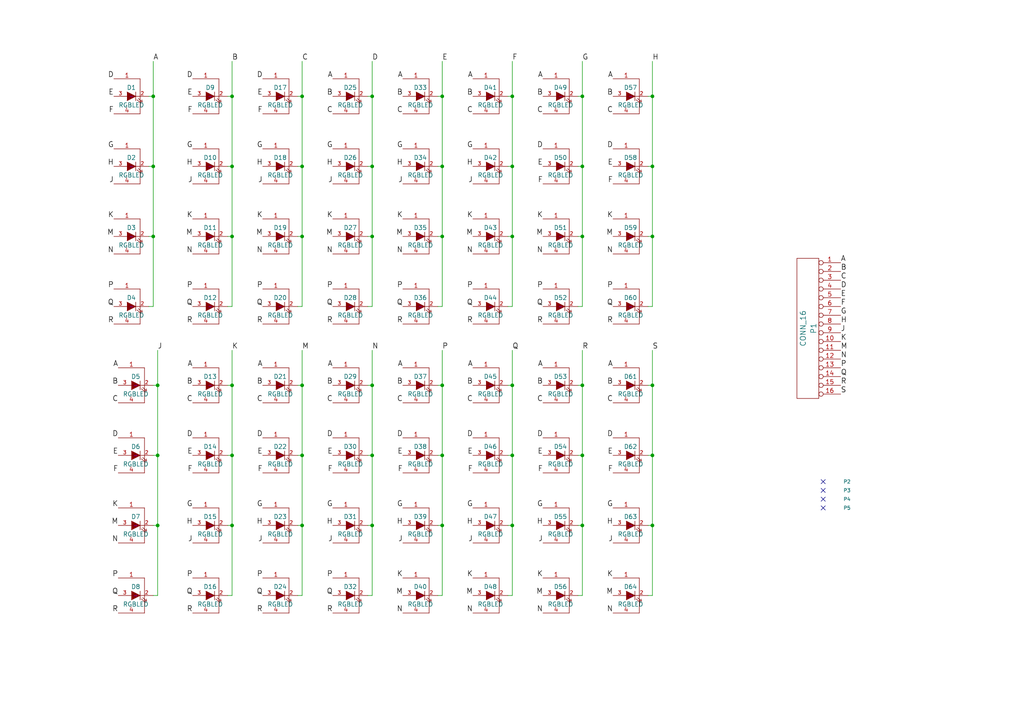
<source format=kicad_sch>
(kicad_sch (version 20230121) (generator eeschema)
  (paper "A4")
  (title_block (date "12 may 2014"))
  (lib_symbols
    (symbol "10lol:CONN_16" (pin_names (offset 1.016) hide)
      (property "Reference" "P" (at -1.016 0 90))
      (property "Value" "CONN_16" (at 2.032 0 90))
      (symbol "CONN_16_0_1"
        (rectangle (start -2.54 20.32) (end 3.81 -20.32))
      )
      (symbol "CONN_16_1_1"
        (pin passive inverted (at -8.89 19.05 0) (length 6.35) (name "P1") (number "1"))
        (pin passive inverted (at -8.89 -3.81 0) (length 6.35) (name "P10") (number "10"))
        (pin passive inverted (at -8.89 -6.35 0) (length 6.35) (name "P11") (number "11"))
        (pin passive inverted (at -8.89 -8.89 0) (length 6.35) (name "P12") (number "12"))
        (pin passive inverted (at -8.89 -11.43 0) (length 6.35) (name "P13") (number "13"))
        (pin passive inverted (at -8.89 -13.97 0) (length 6.35) (name "P14") (number "14"))
        (pin passive inverted (at -8.89 -16.51 0) (length 6.35) (name "P15") (number "15"))
        (pin passive inverted (at -8.89 -19.05 0) (length 6.35) (name "P16") (number "16"))
        (pin passive inverted (at -8.89 16.51 0) (length 6.35) (name "P2") (number "2"))
        (pin passive inverted (at -8.89 13.97 0) (length 6.35) (name "P3") (number "3"))
        (pin passive inverted (at -8.89 11.43 0) (length 6.35) (name "P4") (number "4"))
        (pin passive inverted (at -8.89 8.89 0) (length 6.35) (name "P5") (number "5"))
        (pin passive inverted (at -8.89 6.35 0) (length 6.35) (name "P6") (number "6"))
        (pin passive inverted (at -8.89 3.81 0) (length 6.35) (name "P7") (number "7"))
        (pin passive inverted (at -8.89 1.27 0) (length 6.35) (name "P8") (number "8"))
        (pin passive inverted (at -8.89 -1.27 0) (length 6.35) (name "P9") (number "9"))
      )
    )
    (symbol "10lol:RGBLED" (pin_names (offset 1.016) hide)
      (property "Reference" "LED" (at 0 2.54 0))
      (property "Value" "RGBLED" (at 0 -2.54 0))
      (symbol "RGBLED_0_1"
        (polyline (pts (xy 1.27 1.27) (xy 1.27 -1.27)))
        (polyline (pts (xy -1.27 1.27) (xy 1.27 0) (xy -1.27 -1.27)) (fill (type outline)))
        (polyline (pts (xy 1.651 -1.016) (xy 2.794 -2.032) (xy 2.667 -1.397)))
        (polyline (pts (xy 2.032 -0.635) (xy 3.175 -1.651) (xy 3.048 -1.016)))
        (polyline (pts (xy 2.54 5.08) (xy 2.54 0) (xy 2.54 -5.08)))
      )
      (symbol "RGBLED_1_1"
        (pin input line (at -5.08 5.08 0) (length 7.62) (name "R") (number "1"))
        (pin passive line (at 5.08 0 180) (length 3.81) (name "K") (number "2"))
        (pin passive line (at -5.08 0 0) (length 3.81) (name "G") (number "3"))
        (pin input line (at -5.08 -5.08 0) (length 7.62) (name "B") (number "4"))
      )
    )
  )
  (junction (at 189.23 68.58))
  (junction (at 128.27 152.4))
  (junction (at 67.31 111.76))
  (junction (at 67.31 132.08))
  (junction (at 107.95 68.58))
  (junction (at 67.31 27.94))
  (junction (at 44.45 27.94))
  (junction (at 168.91 111.76))
  (junction (at 148.59 132.08))
  (junction (at 87.63 111.76))
  (junction (at 128.27 132.08))
  (junction (at 168.91 68.58))
  (junction (at 87.63 132.08))
  (junction (at 67.31 152.4))
  (junction (at 45.72 152.4))
  (junction (at 107.95 111.76))
  (junction (at 189.23 48.26))
  (junction (at 189.23 152.4))
  (junction (at 189.23 132.08))
  (junction (at 148.59 48.26))
  (junction (at 128.27 68.58))
  (junction (at 45.72 111.76))
  (junction (at 128.27 111.76))
  (junction (at 189.23 27.94))
  (junction (at 107.95 48.26))
  (junction (at 189.23 111.76))
  (junction (at 148.59 68.58))
  (junction (at 148.59 152.4))
  (junction (at 107.95 27.94))
  (junction (at 168.91 152.4))
  (junction (at 67.31 68.58))
  (junction (at 87.63 48.26))
  (junction (at 44.45 48.26))
  (junction (at 148.59 27.94))
  (junction (at 87.63 27.94))
  (junction (at 168.91 132.08))
  (junction (at 44.45 68.58))
  (junction (at 67.31 48.26))
  (junction (at 168.91 48.26))
  (junction (at 168.91 27.94))
  (junction (at 87.63 68.58))
  (junction (at 45.72 132.08))
  (junction (at 87.63 152.4))
  (junction (at 107.95 132.08))
  (junction (at 148.59 111.76))
  (junction (at 107.95 152.4))
  (junction (at 128.27 27.94))
  (junction (at 128.27 48.26))
  (no_connect (at 238.76 144.78))
  (no_connect (at 238.76 147.32))
  (no_connect (at 238.76 139.7))
  (no_connect (at 238.76 142.24))
  (wire (pts (xy 189.23 48.26) (xy 189.23 68.58)))
  (wire (pts (xy 86.36 132.08) (xy 87.63 132.08)))
  (wire (pts (xy 148.59 152.4) (xy 148.59 172.72)))
  (wire (pts (xy 148.59 68.58) (xy 147.32 68.58)))
  (wire (pts (xy 44.45 68.58) (xy 44.45 88.9)))
  (wire (pts (xy 67.31 152.4) (xy 67.31 172.72)))
  (wire (pts (xy 128.27 27.94) (xy 128.27 48.26)))
  (wire (pts (xy 127 132.08) (xy 128.27 132.08)))
  (wire (pts (xy 147.32 132.08) (xy 148.59 132.08)))
  (wire (pts (xy 66.04 27.94) (xy 67.31 27.94)))
  (wire (pts (xy 67.31 152.4) (xy 66.04 152.4)))
  (wire (pts (xy 107.95 68.58) (xy 106.68 68.58)))
  (wire (pts (xy 86.36 48.26) (xy 87.63 48.26)))
  (wire (pts (xy 44.45 48.26) (xy 43.18 48.26)))
  (wire (pts (xy 87.63 132.08) (xy 87.63 152.4)))
  (wire (pts (xy 189.23 132.08) (xy 189.23 152.4)))
  (wire (pts (xy 44.45 27.94) (xy 43.18 27.94)))
  (wire (pts (xy 189.23 152.4) (xy 189.23 172.72)))
  (wire (pts (xy 168.91 111.76) (xy 168.91 132.08)))
  (wire (pts (xy 67.31 68.58) (xy 66.04 68.58)))
  (wire (pts (xy 189.23 17.78) (xy 189.23 27.94)))
  (wire (pts (xy 44.45 48.26) (xy 44.45 68.58)))
  (wire (pts (xy 167.64 48.26) (xy 168.91 48.26)))
  (wire (pts (xy 45.72 152.4) (xy 44.45 152.4)))
  (wire (pts (xy 168.91 132.08) (xy 168.91 152.4)))
  (wire (pts (xy 189.23 152.4) (xy 187.96 152.4)))
  (wire (pts (xy 106.68 132.08) (xy 107.95 132.08)))
  (wire (pts (xy 66.04 132.08) (xy 67.31 132.08)))
  (wire (pts (xy 189.23 88.9) (xy 187.96 88.9)))
  (wire (pts (xy 107.95 111.76) (xy 107.95 132.08)))
  (wire (pts (xy 67.31 111.76) (xy 67.31 132.08)))
  (wire (pts (xy 87.63 88.9) (xy 86.36 88.9)))
  (wire (pts (xy 148.59 101.6) (xy 148.59 111.76)))
  (wire (pts (xy 87.63 172.72) (xy 86.36 172.72)))
  (wire (pts (xy 45.72 111.76) (xy 44.45 111.76)))
  (wire (pts (xy 148.59 68.58) (xy 148.59 88.9)))
  (wire (pts (xy 147.32 48.26) (xy 148.59 48.26)))
  (wire (pts (xy 107.95 152.4) (xy 107.95 172.72)))
  (wire (pts (xy 44.45 17.78) (xy 44.45 27.94)))
  (wire (pts (xy 148.59 172.72) (xy 147.32 172.72)))
  (wire (pts (xy 189.23 101.6) (xy 189.23 111.76)))
  (wire (pts (xy 167.64 132.08) (xy 168.91 132.08)))
  (wire (pts (xy 189.23 68.58) (xy 187.96 68.58)))
  (wire (pts (xy 168.91 152.4) (xy 167.64 152.4)))
  (wire (pts (xy 189.23 111.76) (xy 187.96 111.76)))
  (wire (pts (xy 67.31 68.58) (xy 67.31 88.9)))
  (wire (pts (xy 168.91 152.4) (xy 168.91 172.72)))
  (wire (pts (xy 187.96 27.94) (xy 189.23 27.94)))
  (wire (pts (xy 87.63 152.4) (xy 87.63 172.72)))
  (wire (pts (xy 45.72 101.6) (xy 45.72 111.76)))
  (wire (pts (xy 106.68 27.94) (xy 107.95 27.94)))
  (wire (pts (xy 87.63 101.6) (xy 87.63 111.76)))
  (wire (pts (xy 107.95 68.58) (xy 107.95 88.9)))
  (wire (pts (xy 66.04 48.26) (xy 67.31 48.26)))
  (wire (pts (xy 148.59 17.78) (xy 148.59 27.94)))
  (wire (pts (xy 148.59 27.94) (xy 148.59 48.26)))
  (wire (pts (xy 44.45 132.08) (xy 45.72 132.08)))
  (wire (pts (xy 67.31 101.6) (xy 67.31 111.76)))
  (wire (pts (xy 127 48.26) (xy 128.27 48.26)))
  (wire (pts (xy 45.72 111.76) (xy 45.72 132.08)))
  (wire (pts (xy 148.59 48.26) (xy 148.59 68.58)))
  (wire (pts (xy 168.91 111.76) (xy 167.64 111.76)))
  (wire (pts (xy 167.64 27.94) (xy 168.91 27.94)))
  (wire (pts (xy 67.31 27.94) (xy 67.31 48.26)))
  (wire (pts (xy 67.31 88.9) (xy 66.04 88.9)))
  (wire (pts (xy 128.27 172.72) (xy 127 172.72)))
  (wire (pts (xy 87.63 152.4) (xy 86.36 152.4)))
  (wire (pts (xy 87.63 68.58) (xy 87.63 88.9)))
  (wire (pts (xy 107.95 88.9) (xy 106.68 88.9)))
  (wire (pts (xy 189.23 111.76) (xy 189.23 132.08)))
  (wire (pts (xy 107.95 48.26) (xy 107.95 68.58)))
  (wire (pts (xy 187.96 48.26) (xy 189.23 48.26)))
  (wire (pts (xy 67.31 111.76) (xy 66.04 111.76)))
  (wire (pts (xy 147.32 111.76) (xy 148.59 111.76)))
  (wire (pts (xy 147.32 27.94) (xy 148.59 27.94)))
  (wire (pts (xy 67.31 132.08) (xy 67.31 152.4)))
  (wire (pts (xy 128.27 48.26) (xy 128.27 68.58)))
  (wire (pts (xy 148.59 132.08) (xy 148.59 152.4)))
  (wire (pts (xy 87.63 111.76) (xy 87.63 132.08)))
  (wire (pts (xy 189.23 27.94) (xy 189.23 48.26)))
  (wire (pts (xy 87.63 111.76) (xy 86.36 111.76)))
  (wire (pts (xy 67.31 172.72) (xy 66.04 172.72)))
  (wire (pts (xy 128.27 68.58) (xy 127 68.58)))
  (wire (pts (xy 168.91 17.78) (xy 168.91 27.94)))
  (wire (pts (xy 107.95 17.78) (xy 107.95 27.94)))
  (wire (pts (xy 45.72 132.08) (xy 45.72 152.4)))
  (wire (pts (xy 107.95 172.72) (xy 106.68 172.72)))
  (wire (pts (xy 87.63 48.26) (xy 87.63 68.58)))
  (wire (pts (xy 128.27 17.78) (xy 128.27 27.94)))
  (wire (pts (xy 87.63 27.94) (xy 87.63 48.26)))
  (wire (pts (xy 168.91 88.9) (xy 167.64 88.9)))
  (wire (pts (xy 44.45 27.94) (xy 44.45 48.26)))
  (wire (pts (xy 107.95 27.94) (xy 107.95 48.26)))
  (wire (pts (xy 43.18 68.58) (xy 44.45 68.58)))
  (wire (pts (xy 189.23 172.72) (xy 187.96 172.72)))
  (wire (pts (xy 106.68 48.26) (xy 107.95 48.26)))
  (wire (pts (xy 87.63 17.78) (xy 87.63 27.94)))
  (wire (pts (xy 127 27.94) (xy 128.27 27.94)))
  (wire (pts (xy 128.27 111.76) (xy 128.27 132.08)))
  (wire (pts (xy 107.95 101.6) (xy 107.95 111.76)))
  (wire (pts (xy 128.27 68.58) (xy 128.27 88.9)))
  (wire (pts (xy 87.63 68.58) (xy 86.36 68.58)))
  (wire (pts (xy 45.72 172.72) (xy 44.45 172.72)))
  (wire (pts (xy 128.27 132.08) (xy 128.27 152.4)))
  (wire (pts (xy 168.91 27.94) (xy 168.91 48.26)))
  (wire (pts (xy 148.59 152.4) (xy 147.32 152.4)))
  (wire (pts (xy 107.95 132.08) (xy 107.95 152.4)))
  (wire (pts (xy 189.23 68.58) (xy 189.23 88.9)))
  (wire (pts (xy 107.95 152.4) (xy 106.68 152.4)))
  (wire (pts (xy 128.27 152.4) (xy 127 152.4)))
  (wire (pts (xy 168.91 172.72) (xy 167.64 172.72)))
  (wire (pts (xy 128.27 101.6) (xy 128.27 111.76)))
  (wire (pts (xy 86.36 27.94) (xy 87.63 27.94)))
  (wire (pts (xy 44.45 88.9) (xy 43.18 88.9)))
  (wire (pts (xy 45.72 152.4) (xy 45.72 172.72)))
  (wire (pts (xy 128.27 152.4) (xy 128.27 172.72)))
  (wire (pts (xy 67.31 48.26) (xy 67.31 68.58)))
  (wire (pts (xy 168.91 101.6) (xy 168.91 111.76)))
  (wire (pts (xy 127 111.76) (xy 128.27 111.76)))
  (wire (pts (xy 168.91 48.26) (xy 168.91 68.58)))
  (wire (pts (xy 187.96 132.08) (xy 189.23 132.08)))
  (wire (pts (xy 168.91 68.58) (xy 167.64 68.58)))
  (wire (pts (xy 107.95 111.76) (xy 106.68 111.76)))
  (wire (pts (xy 128.27 88.9) (xy 127 88.9)))
  (wire (pts (xy 67.31 17.78) (xy 67.31 27.94)))
  (wire (pts (xy 148.59 88.9) (xy 147.32 88.9)))
  (wire (pts (xy 148.59 111.76) (xy 148.59 132.08)))
  (wire (pts (xy 168.91 68.58) (xy 168.91 88.9)))
  (label "C" (at 116.84 116.84 180) (effects (font (size 1.524 1.524))))
  (label "Q" (at 76.2 88.9 180) (effects (font (size 1.524 1.524))))
  (label "H" (at 76.2 152.4 180) (effects (font (size 1.524 1.524))))
  (label "J" (at 33.02 53.34 180) (effects (font (size 1.524 1.524))))
  (label "D" (at 157.48 43.18 180) (effects (font (size 1.524 1.524))))
  (label "N" (at 157.48 177.8 180) (effects (font (size 1.524 1.524))))
  (label "E" (at 177.8 48.26 180) (effects (font (size 1.524 1.524))))
  (label "P" (at 96.52 83.82 180) (effects (font (size 1.524 1.524))))
  (label "M" (at 96.52 68.58 180) (effects (font (size 1.524 1.524))))
  (label "F" (at 76.2 33.02 180) (effects (font (size 1.524 1.524))))
  (label "R" (at 137.16 93.98 180) (effects (font (size 1.524 1.524))))
  (label "J" (at 96.52 157.48 180) (effects (font (size 1.524 1.524))))
  (label "R" (at 96.52 177.8 180) (effects (font (size 1.524 1.524))))
  (label "B" (at 177.8 27.94 180) (effects (font (size 1.524 1.524))))
  (label "E" (at 243.84 86.36 0) (effects (font (size 1.524 1.524))))
  (label "Q" (at 33.02 88.9 180) (effects (font (size 1.524 1.524))))
  (label "C" (at 137.16 116.84 180) (effects (font (size 1.524 1.524))))
  (label "B" (at 177.8 111.76 180) (effects (font (size 1.524 1.524))))
  (label "M" (at 87.63 101.6 0) (effects (font (size 1.524 1.524))))
  (label "N" (at 157.48 73.66 180) (effects (font (size 1.524 1.524))))
  (label "Q" (at 243.84 109.22 0) (effects (font (size 1.524 1.524))))
  (label "M" (at 157.48 68.58 180) (effects (font (size 1.524 1.524))))
  (label "K" (at 116.84 167.64 180) (effects (font (size 1.524 1.524))))
  (label "E" (at 128.27 17.78 0) (effects (font (size 1.524 1.524))))
  (label "M" (at 76.2 68.58 180) (effects (font (size 1.524 1.524))))
  (label "Q" (at 177.8 88.9 180) (effects (font (size 1.524 1.524))))
  (label "D" (at 137.16 127 180) (effects (font (size 1.524 1.524))))
  (label "J" (at 45.72 101.6 0) (effects (font (size 1.524 1.524))))
  (label "N" (at 55.88 73.66 180) (effects (font (size 1.524 1.524))))
  (label "H" (at 243.84 93.98 0) (effects (font (size 1.524 1.524))))
  (label "E" (at 55.88 132.08 180) (effects (font (size 1.524 1.524))))
  (label "R" (at 76.2 93.98 180) (effects (font (size 1.524 1.524))))
  (label "C" (at 157.48 116.84 180) (effects (font (size 1.524 1.524))))
  (label "C" (at 157.48 33.02 180) (effects (font (size 1.524 1.524))))
  (label "G" (at 33.02 43.18 180) (effects (font (size 1.524 1.524))))
  (label "E" (at 116.84 132.08 180) (effects (font (size 1.524 1.524))))
  (label "G" (at 116.84 147.32 180) (effects (font (size 1.524 1.524))))
  (label "E" (at 96.52 132.08 180) (effects (font (size 1.524 1.524))))
  (label "P" (at 243.84 106.68 0) (effects (font (size 1.524 1.524))))
  (label "F" (at 96.52 137.16 180) (effects (font (size 1.524 1.524))))
  (label "J" (at 137.16 53.34 180) (effects (font (size 1.524 1.524))))
  (label "A" (at 116.84 106.68 180) (effects (font (size 1.524 1.524))))
  (label "J" (at 55.88 157.48 180) (effects (font (size 1.524 1.524))))
  (label "A" (at 55.88 106.68 180) (effects (font (size 1.524 1.524))))
  (label "F" (at 148.59 17.78 0) (effects (font (size 1.524 1.524))))
  (label "B" (at 55.88 111.76 180) (effects (font (size 1.524 1.524))))
  (label "B" (at 137.16 27.94 180) (effects (font (size 1.524 1.524))))
  (label "H" (at 55.88 48.26 180) (effects (font (size 1.524 1.524))))
  (label "M" (at 34.29 152.4 180) (effects (font (size 1.524 1.524))))
  (label "M" (at 157.48 172.72 180) (effects (font (size 1.524 1.524))))
  (label "A" (at 157.48 106.68 180) (effects (font (size 1.524 1.524))))
  (label "P" (at 55.88 83.82 180) (effects (font (size 1.524 1.524))))
  (label "M" (at 177.8 172.72 180) (effects (font (size 1.524 1.524))))
  (label "Q" (at 34.29 172.72 180) (effects (font (size 1.524 1.524))))
  (label "E" (at 177.8 132.08 180) (effects (font (size 1.524 1.524))))
  (label "G" (at 168.91 17.78 0) (effects (font (size 1.524 1.524))))
  (label "D" (at 116.84 127 180) (effects (font (size 1.524 1.524))))
  (label "M" (at 33.02 68.58 180) (effects (font (size 1.524 1.524))))
  (label "M" (at 137.16 172.72 180) (effects (font (size 1.524 1.524))))
  (label "C" (at 76.2 116.84 180) (effects (font (size 1.524 1.524))))
  (label "P" (at 177.8 83.82 180) (effects (font (size 1.524 1.524))))
  (label "D" (at 107.95 17.78 0) (effects (font (size 1.524 1.524))))
  (label "R" (at 34.29 177.8 180) (effects (font (size 1.524 1.524))))
  (label "F" (at 157.48 137.16 180) (effects (font (size 1.524 1.524))))
  (label "D" (at 76.2 127 180) (effects (font (size 1.524 1.524))))
  (label "N" (at 96.52 73.66 180) (effects (font (size 1.524 1.524))))
  (label "K" (at 96.52 63.5 180) (effects (font (size 1.524 1.524))))
  (label "H" (at 137.16 48.26 180) (effects (font (size 1.524 1.524))))
  (label "B" (at 96.52 27.94 180) (effects (font (size 1.524 1.524))))
  (label "M" (at 177.8 68.58 180) (effects (font (size 1.524 1.524))))
  (label "B" (at 116.84 111.76 180) (effects (font (size 1.524 1.524))))
  (label "F" (at 33.02 33.02 180) (effects (font (size 1.524 1.524))))
  (label "J" (at 243.84 96.52 0) (effects (font (size 1.524 1.524))))
  (label "C" (at 87.63 17.78 0) (effects (font (size 1.524 1.524))))
  (label "B" (at 34.29 111.76 180) (effects (font (size 1.524 1.524))))
  (label "K" (at 137.16 63.5 180) (effects (font (size 1.524 1.524))))
  (label "N" (at 116.84 177.8 180) (effects (font (size 1.524 1.524))))
  (label "R" (at 177.8 93.98 180) (effects (font (size 1.524 1.524))))
  (label "R" (at 96.52 93.98 180) (effects (font (size 1.524 1.524))))
  (label "G" (at 137.16 43.18 180) (effects (font (size 1.524 1.524))))
  (label "Q" (at 76.2 172.72 180) (effects (font (size 1.524 1.524))))
  (label "A" (at 116.84 22.86 180) (effects (font (size 1.524 1.524))))
  (label "E" (at 76.2 27.94 180) (effects (font (size 1.524 1.524))))
  (label "B" (at 76.2 111.76 180) (effects (font (size 1.524 1.524))))
  (label "N" (at 107.95 101.6 0) (effects (font (size 1.524 1.524))))
  (label "B" (at 96.52 111.76 180) (effects (font (size 1.524 1.524))))
  (label "K" (at 116.84 63.5 180) (effects (font (size 1.524 1.524))))
  (label "D" (at 55.88 127 180) (effects (font (size 1.524 1.524))))
  (label "A" (at 44.45 17.78 0) (effects (font (size 1.524 1.524))))
  (label "H" (at 96.52 152.4 180) (effects (font (size 1.524 1.524))))
  (label "F" (at 116.84 137.16 180) (effects (font (size 1.524 1.524))))
  (label "H" (at 76.2 48.26 180) (effects (font (size 1.524 1.524))))
  (label "P" (at 96.52 167.64 180) (effects (font (size 1.524 1.524))))
  (label "G" (at 76.2 43.18 180) (effects (font (size 1.524 1.524))))
  (label "J" (at 137.16 157.48 180) (effects (font (size 1.524 1.524))))
  (label "A" (at 34.29 106.68 180) (effects (font (size 1.524 1.524))))
  (label "P" (at 157.48 83.82 180) (effects (font (size 1.524 1.524))))
  (label "M" (at 243.84 101.6 0) (effects (font (size 1.524 1.524))))
  (label "S" (at 243.84 114.3 0) (effects (font (size 1.524 1.524))))
  (label "Q" (at 157.48 88.9 180) (effects (font (size 1.524 1.524))))
  (label "E" (at 55.88 27.94 180) (effects (font (size 1.524 1.524))))
  (label "F" (at 76.2 137.16 180) (effects (font (size 1.524 1.524))))
  (label "A" (at 76.2 106.68 180) (effects (font (size 1.524 1.524))))
  (label "M" (at 55.88 68.58 180) (effects (font (size 1.524 1.524))))
  (label "A" (at 137.16 22.86 180) (effects (font (size 1.524 1.524))))
  (label "C" (at 96.52 116.84 180) (effects (font (size 1.524 1.524))))
  (label "B" (at 157.48 111.76 180) (effects (font (size 1.524 1.524))))
  (label "N" (at 137.16 177.8 180) (effects (font (size 1.524 1.524))))
  (label "K" (at 243.84 99.06 0) (effects (font (size 1.524 1.524))))
  (label "H" (at 55.88 152.4 180) (effects (font (size 1.524 1.524))))
  (label "M" (at 116.84 172.72 180) (effects (font (size 1.524 1.524))))
  (label "J" (at 96.52 53.34 180) (effects (font (size 1.524 1.524))))
  (label "Q" (at 55.88 172.72 180) (effects (font (size 1.524 1.524))))
  (label "N" (at 116.84 73.66 180) (effects (font (size 1.524 1.524))))
  (label "D" (at 55.88 22.86 180) (effects (font (size 1.524 1.524))))
  (label "K" (at 76.2 63.5 180) (effects (font (size 1.524 1.524))))
  (label "N" (at 137.16 73.66 180) (effects (font (size 1.524 1.524))))
  (label "H" (at 96.52 48.26 180) (effects (font (size 1.524 1.524))))
  (label "E" (at 33.02 27.94 180) (effects (font (size 1.524 1.524))))
  (label "E" (at 76.2 132.08 180) (effects (font (size 1.524 1.524))))
  (label "N" (at 76.2 73.66 180) (effects (font (size 1.524 1.524))))
  (label "K" (at 55.88 63.5 180) (effects (font (size 1.524 1.524))))
  (label "G" (at 137.16 147.32 180) (effects (font (size 1.524 1.524))))
  (label "J" (at 76.2 53.34 180) (effects (font (size 1.524 1.524))))
  (label "N" (at 177.8 73.66 180) (effects (font (size 1.524 1.524))))
  (label "G" (at 177.8 147.32 180) (effects (font (size 1.524 1.524))))
  (label "K" (at 177.8 167.64 180) (effects (font (size 1.524 1.524))))
  (label "R" (at 76.2 177.8 180) (effects (font (size 1.524 1.524))))
  (label "N" (at 33.02 73.66 180) (effects (font (size 1.524 1.524))))
  (label "D" (at 34.29 127 180) (effects (font (size 1.524 1.524))))
  (label "Q" (at 137.16 88.9 180) (effects (font (size 1.524 1.524))))
  (label "H" (at 116.84 152.4 180) (effects (font (size 1.524 1.524))))
  (label "P" (at 33.02 83.82 180) (effects (font (size 1.524 1.524))))
  (label "G" (at 157.48 147.32 180) (effects (font (size 1.524 1.524))))
  (label "E" (at 157.48 48.26 180) (effects (font (size 1.524 1.524))))
  (label "P" (at 76.2 167.64 180) (effects (font (size 1.524 1.524))))
  (label "B" (at 157.48 27.94 180) (effects (font (size 1.524 1.524))))
  (label "C" (at 96.52 33.02 180) (effects (font (size 1.524 1.524))))
  (label "D" (at 177.8 127 180) (effects (font (size 1.524 1.524))))
  (label "F" (at 55.88 33.02 180) (effects (font (size 1.524 1.524))))
  (label "N" (at 243.84 104.14 0) (effects (font (size 1.524 1.524))))
  (label "B" (at 116.84 27.94 180) (effects (font (size 1.524 1.524))))
  (label "Q" (at 148.59 101.6 0) (effects (font (size 1.524 1.524))))
  (label "R" (at 168.91 101.6 0) (effects (font (size 1.524 1.524))))
  (label "J" (at 177.8 157.48 180) (effects (font (size 1.524 1.524))))
  (label "D" (at 177.8 43.18 180) (effects (font (size 1.524 1.524))))
  (label "J" (at 157.48 157.48 180) (effects (font (size 1.524 1.524))))
  (label "N" (at 177.8 177.8 180) (effects (font (size 1.524 1.524))))
  (label "P" (at 76.2 83.82 180) (effects (font (size 1.524 1.524))))
  (label "J" (at 76.2 157.48 180) (effects (font (size 1.524 1.524))))
  (label "G" (at 96.52 147.32 180) (effects (font (size 1.524 1.524))))
  (label "G" (at 76.2 147.32 180) (effects (font (size 1.524 1.524))))
  (label "P" (at 137.16 83.82 180) (effects (font (size 1.524 1.524))))
  (label "D" (at 76.2 22.86 180) (effects (font (size 1.524 1.524))))
  (label "A" (at 96.52 22.86 180) (effects (font (size 1.524 1.524))))
  (label "F" (at 177.8 137.16 180) (effects (font (size 1.524 1.524))))
  (label "M" (at 137.16 68.58 180) (effects (font (size 1.524 1.524))))
  (label "C" (at 177.8 116.84 180) (effects (font (size 1.524 1.524))))
  (label "A" (at 243.84 76.2 0) (effects (font (size 1.524 1.524))))
  (label "R" (at 55.88 93.98 180) (effects (font (size 1.524 1.524))))
  (label "J" (at 55.88 53.34 180) (effects (font (size 1.524 1.524))))
  (label "R" (at 33.02 93.98 180) (effects (font (size 1.524 1.524))))
  (label "E" (at 157.48 132.08 180) (effects (font (size 1.524 1.524))))
  (label "G" (at 116.84 43.18 180) (effects (font (size 1.524 1.524))))
  (label "G" (at 96.52 43.18 180) (effects (font (size 1.524 1.524))))
  (label "G" (at 55.88 147.32 180) (effects (font (size 1.524 1.524))))
  (label "B" (at 67.31 17.78 0) (effects (font (size 1.524 1.524))))
  (label "Q" (at 116.84 88.9 180) (effects (font (size 1.524 1.524))))
  (label "R" (at 116.84 93.98 180) (effects (font (size 1.524 1.524))))
  (label "P" (at 34.29 167.64 180) (effects (font (size 1.524 1.524))))
  (label "D" (at 96.52 127 180) (effects (font (size 1.524 1.524))))
  (label "D" (at 243.84 83.82 0) (effects (font (size 1.524 1.524))))
  (label "J" (at 116.84 53.34 180) (effects (font (size 1.524 1.524))))
  (label "C" (at 34.29 116.84 180) (effects (font (size 1.524 1.524))))
  (label "D" (at 33.02 22.86 180) (effects (font (size 1.524 1.524))))
  (label "A" (at 96.52 106.68 180) (effects (font (size 1.524 1.524))))
  (label "H" (at 33.02 48.26 180) (effects (font (size 1.524 1.524))))
  (label "P" (at 116.84 83.82 180) (effects (font (size 1.524 1.524))))
  (label "F" (at 55.88 137.16 180) (effects (font (size 1.524 1.524))))
  (label "A" (at 177.8 106.68 180) (effects (font (size 1.524 1.524))))
  (label "F" (at 137.16 137.16 180) (effects (font (size 1.524 1.524))))
  (label "A" (at 137.16 106.68 180) (effects (font (size 1.524 1.524))))
  (label "A" (at 177.8 22.86 180) (effects (font (size 1.524 1.524))))
  (label "J" (at 116.84 157.48 180) (effects (font (size 1.524 1.524))))
  (label "K" (at 67.31 101.6 0) (effects (font (size 1.524 1.524))))
  (label "R" (at 243.84 111.76 0) (effects (font (size 1.524 1.524))))
  (label "P" (at 55.88 167.64 180) (effects (font (size 1.524 1.524))))
  (label "B" (at 137.16 111.76 180) (effects (font (size 1.524 1.524))))
  (label "Q" (at 96.52 172.72 180) (effects (font (size 1.524 1.524))))
  (label "K" (at 137.16 167.64 180) (effects (font (size 1.524 1.524))))
  (label "A" (at 157.48 22.86 180) (effects (font (size 1.524 1.524))))
  (label "R" (at 55.88 177.8 180) (effects (font (size 1.524 1.524))))
  (label "M" (at 116.84 68.58 180) (effects (font (size 1.524 1.524))))
  (label "H" (at 189.23 17.78 0) (effects (font (size 1.524 1.524))))
  (label "C" (at 177.8 33.02 180) (effects (font (size 1.524 1.524))))
  (label "K" (at 157.48 63.5 180) (effects (font (size 1.524 1.524))))
  (label "C" (at 116.84 33.02 180) (effects (font (size 1.524 1.524))))
  (label "F" (at 34.29 137.16 180) (effects (font (size 1.524 1.524))))
  (label "H" (at 116.84 48.26 180) (effects (font (size 1.524 1.524))))
  (label "K" (at 157.48 167.64 180) (effects (font (size 1.524 1.524))))
  (label "N" (at 34.29 157.48 180) (effects (font (size 1.524 1.524))))
  (label "E" (at 34.29 132.08 180) (effects (font (size 1.524 1.524))))
  (label "R" (at 157.48 93.98 180) (effects (font (size 1.524 1.524))))
  (label "C" (at 55.88 116.84 180) (effects (font (size 1.524 1.524))))
  (label "H" (at 177.8 152.4 180) (effects (font (size 1.524 1.524))))
  (label "F" (at 177.8 53.34 180) (effects (font (size 1.524 1.524))))
  (label "C" (at 137.16 33.02 180) (effects (font (size 1.524 1.524))))
  (label "H" (at 157.48 152.4 180) (effects (font (size 1.524 1.524))))
  (label "P" (at 128.27 101.6 0) (effects (font (size 1.524 1.524))))
  (label "Q" (at 55.88 88.9 180) (effects (font (size 1.524 1.524))))
  (label "E" (at 137.16 132.08 180) (effects (font (size 1.524 1.524))))
  (label "F" (at 243.84 88.9 0) (effects (font (size 1.524 1.524))))
  (label "K" (at 177.8 63.5 180) (effects (font (size 1.524 1.524))))
  (label "B" (at 243.84 78.74 0) (effects (font (size 1.524 1.524))))
  (label "D" (at 157.48 127 180) (effects (font (size 1.524 1.524))))
  (label "G" (at 243.84 91.44 0) (effects (font (size 1.524 1.524))))
  (label "S" (at 189.23 101.6 0) (effects (font (size 1.524 1.524))))
  (label "K" (at 33.02 63.5 180) (effects (font (size 1.524 1.524))))
  (label "F" (at 157.48 53.34 180) (effects (font (size 1.524 1.524))))
  (label "Q" (at 96.52 88.9 180) (effects (font (size 1.524 1.524))))
  (label "C" (at 243.84 81.28 0) (effects (font (size 1.524 1.524))))
  (label "K" (at 34.29 147.32 180) (effects (font (size 1.524 1.524))))
  (label "H" (at 137.16 152.4 180) (effects (font (size 1.524 1.524))))
  (label "G" (at 55.88 43.18 180) (effects (font (size 1.524 1.524))))
  (symbol (lib_id "10lol:RGBLED") (at 38.1 27.94 0) (unit 1)
    (property "Reference" "D1" (at 38.1 25.4 0))
    (property "Value" "RGBLED" (at 38.1 30.48 0))
    (property "Footprint" "~" (at 38.1 27.94 0) (effects (font (size 1.524 1.524))))
    (property "Datasheet" "~" (at 38.1 27.94 0) (effects (font (size 1.524 1.524))))
  )
  (symbol (lib_id "10lol:RGBLED") (at 38.1 48.26 0) (unit 1)
    (property "Reference" "D2" (at 38.1 45.72 0))
    (property "Value" "RGBLED" (at 38.1 50.8 0))
    (property "Footprint" "~" (at 38.1 48.26 0) (effects (font (size 1.524 1.524))))
    (property "Datasheet" "~" (at 38.1 48.26 0) (effects (font (size 1.524 1.524))))
  )
  (symbol (lib_id "10lol:RGBLED") (at 38.1 68.58 0) (unit 1)
    (property "Reference" "D3" (at 38.1 66.04 0))
    (property "Value" "RGBLED" (at 38.1 71.12 0))
    (property "Footprint" "~" (at 38.1 68.58 0) (effects (font (size 1.524 1.524))))
    (property "Datasheet" "~" (at 38.1 68.58 0) (effects (font (size 1.524 1.524))))
  )
  (symbol (lib_id "10lol:RGBLED") (at 38.1 88.9 0) (unit 1)
    (property "Reference" "D4" (at 38.1 86.36 0))
    (property "Value" "RGBLED" (at 38.1 91.44 0))
    (property "Footprint" "~" (at 38.1 88.9 0) (effects (font (size 1.524 1.524))))
    (property "Datasheet" "~" (at 38.1 88.9 0) (effects (font (size 1.524 1.524))))
  )
  (symbol (lib_id "10lol:RGBLED") (at 60.96 27.94 0) (unit 1)
    (property "Reference" "D9" (at 60.96 25.4 0))
    (property "Value" "RGBLED" (at 60.96 30.48 0))
    (property "Footprint" "~" (at 60.96 27.94 0) (effects (font (size 1.524 1.524))))
    (property "Datasheet" "~" (at 60.96 27.94 0) (effects (font (size 1.524 1.524))))
  )
  (symbol (lib_id "10lol:RGBLED") (at 60.96 48.26 0) (unit 1)
    (property "Reference" "D10" (at 60.96 45.72 0))
    (property "Value" "RGBLED" (at 60.96 50.8 0))
    (property "Footprint" "~" (at 60.96 48.26 0) (effects (font (size 1.524 1.524))))
    (property "Datasheet" "~" (at 60.96 48.26 0) (effects (font (size 1.524 1.524))))
  )
  (symbol (lib_id "10lol:RGBLED") (at 60.96 68.58 0) (unit 1)
    (property "Reference" "D11" (at 60.96 66.04 0))
    (property "Value" "RGBLED" (at 60.96 71.12 0))
    (property "Footprint" "~" (at 60.96 68.58 0) (effects (font (size 1.524 1.524))))
    (property "Datasheet" "~" (at 60.96 68.58 0) (effects (font (size 1.524 1.524))))
  )
  (symbol (lib_id "10lol:RGBLED") (at 60.96 88.9 0) (unit 1)
    (property "Reference" "D12" (at 60.96 86.36 0))
    (property "Value" "RGBLED" (at 60.96 91.44 0))
    (property "Footprint" "~" (at 60.96 88.9 0) (effects (font (size 1.524 1.524))))
    (property "Datasheet" "~" (at 60.96 88.9 0) (effects (font (size 1.524 1.524))))
  )
  (symbol (lib_id "10lol:RGBLED") (at 81.28 27.94 0) (unit 1)
    (property "Reference" "D17" (at 81.28 25.4 0))
    (property "Value" "RGBLED" (at 81.28 30.48 0))
    (property "Footprint" "~" (at 81.28 27.94 0) (effects (font (size 1.524 1.524))))
    (property "Datasheet" "~" (at 81.28 27.94 0) (effects (font (size 1.524 1.524))))
  )
  (symbol (lib_id "10lol:RGBLED") (at 81.28 48.26 0) (unit 1)
    (property "Reference" "D18" (at 81.28 45.72 0))
    (property "Value" "RGBLED" (at 81.28 50.8 0))
    (property "Footprint" "~" (at 81.28 48.26 0) (effects (font (size 1.524 1.524))))
    (property "Datasheet" "~" (at 81.28 48.26 0) (effects (font (size 1.524 1.524))))
  )
  (symbol (lib_id "10lol:RGBLED") (at 81.28 68.58 0) (unit 1)
    (property "Reference" "D19" (at 81.28 66.04 0))
    (property "Value" "RGBLED" (at 81.28 71.12 0))
    (property "Footprint" "~" (at 81.28 68.58 0) (effects (font (size 1.524 1.524))))
    (property "Datasheet" "~" (at 81.28 68.58 0) (effects (font (size 1.524 1.524))))
  )
  (symbol (lib_id "10lol:RGBLED") (at 81.28 88.9 0) (unit 1)
    (property "Reference" "D20" (at 81.28 86.36 0))
    (property "Value" "RGBLED" (at 81.28 91.44 0))
    (property "Footprint" "~" (at 81.28 88.9 0) (effects (font (size 1.524 1.524))))
    (property "Datasheet" "~" (at 81.28 88.9 0) (effects (font (size 1.524 1.524))))
  )
  (symbol (lib_id "10lol:RGBLED") (at 101.6 27.94 0) (unit 1)
    (property "Reference" "D25" (at 101.6 25.4 0))
    (property "Value" "RGBLED" (at 101.6 30.48 0))
    (property "Footprint" "~" (at 101.6 27.94 0) (effects (font (size 1.524 1.524))))
    (property "Datasheet" "~" (at 101.6 27.94 0) (effects (font (size 1.524 1.524))))
  )
  (symbol (lib_id "10lol:RGBLED") (at 101.6 48.26 0) (unit 1)
    (property "Reference" "D26" (at 101.6 45.72 0))
    (property "Value" "RGBLED" (at 101.6 50.8 0))
    (property "Footprint" "~" (at 101.6 48.26 0) (effects (font (size 1.524 1.524))))
    (property "Datasheet" "~" (at 101.6 48.26 0) (effects (font (size 1.524 1.524))))
  )
  (symbol (lib_id "10lol:RGBLED") (at 101.6 68.58 0) (unit 1)
    (property "Reference" "D27" (at 101.6 66.04 0))
    (property "Value" "RGBLED" (at 101.6 71.12 0))
    (property "Footprint" "~" (at 101.6 68.58 0) (effects (font (size 1.524 1.524))))
    (property "Datasheet" "~" (at 101.6 68.58 0) (effects (font (size 1.524 1.524))))
  )
  (symbol (lib_id "10lol:RGBLED") (at 101.6 88.9 0) (unit 1)
    (property "Reference" "D28" (at 101.6 86.36 0))
    (property "Value" "RGBLED" (at 101.6 91.44 0))
    (property "Footprint" "~" (at 101.6 88.9 0) (effects (font (size 1.524 1.524))))
    (property "Datasheet" "~" (at 101.6 88.9 0) (effects (font (size 1.524 1.524))))
  )
  (symbol (lib_id "10lol:RGBLED") (at 121.92 27.94 0) (unit 1)
    (property "Reference" "D33" (at 121.92 25.4 0))
    (property "Value" "RGBLED" (at 121.92 30.48 0))
    (property "Footprint" "~" (at 121.92 27.94 0) (effects (font (size 1.524 1.524))))
    (property "Datasheet" "~" (at 121.92 27.94 0) (effects (font (size 1.524 1.524))))
  )
  (symbol (lib_id "10lol:RGBLED") (at 121.92 48.26 0) (unit 1)
    (property "Reference" "D34" (at 121.92 45.72 0))
    (property "Value" "RGBLED" (at 121.92 50.8 0))
    (property "Footprint" "~" (at 121.92 48.26 0) (effects (font (size 1.524 1.524))))
    (property "Datasheet" "~" (at 121.92 48.26 0) (effects (font (size 1.524 1.524))))
  )
  (symbol (lib_id "10lol:RGBLED") (at 121.92 68.58 0) (unit 1)
    (property "Reference" "D35" (at 121.92 66.04 0))
    (property "Value" "RGBLED" (at 121.92 71.12 0))
    (property "Footprint" "~" (at 121.92 68.58 0) (effects (font (size 1.524 1.524))))
    (property "Datasheet" "~" (at 121.92 68.58 0) (effects (font (size 1.524 1.524))))
  )
  (symbol (lib_id "10lol:RGBLED") (at 121.92 88.9 0) (unit 1)
    (property "Reference" "D36" (at 121.92 86.36 0))
    (property "Value" "RGBLED" (at 121.92 91.44 0))
    (property "Footprint" "~" (at 121.92 88.9 0) (effects (font (size 1.524 1.524))))
    (property "Datasheet" "~" (at 121.92 88.9 0) (effects (font (size 1.524 1.524))))
  )
  (symbol (lib_id "10lol:RGBLED") (at 142.24 27.94 0) (unit 1)
    (property "Reference" "D41" (at 142.24 25.4 0))
    (property "Value" "RGBLED" (at 142.24 30.48 0))
    (property "Footprint" "~" (at 142.24 27.94 0) (effects (font (size 1.524 1.524))))
    (property "Datasheet" "~" (at 142.24 27.94 0) (effects (font (size 1.524 1.524))))
  )
  (symbol (lib_id "10lol:RGBLED") (at 142.24 48.26 0) (unit 1)
    (property "Reference" "D42" (at 142.24 45.72 0))
    (property "Value" "RGBLED" (at 142.24 50.8 0))
    (property "Footprint" "~" (at 142.24 48.26 0) (effects (font (size 1.524 1.524))))
    (property "Datasheet" "~" (at 142.24 48.26 0) (effects (font (size 1.524 1.524))))
  )
  (symbol (lib_id "10lol:RGBLED") (at 142.24 68.58 0) (unit 1)
    (property "Reference" "D43" (at 142.24 66.04 0))
    (property "Value" "RGBLED" (at 142.24 71.12 0))
    (property "Footprint" "~" (at 142.24 68.58 0) (effects (font (size 1.524 1.524))))
    (property "Datasheet" "~" (at 142.24 68.58 0) (effects (font (size 1.524 1.524))))
  )
  (symbol (lib_id "10lol:RGBLED") (at 142.24 88.9 0) (unit 1)
    (property "Reference" "D44" (at 142.24 86.36 0))
    (property "Value" "RGBLED" (at 142.24 91.44 0))
    (property "Footprint" "~" (at 142.24 88.9 0) (effects (font (size 1.524 1.524))))
    (property "Datasheet" "~" (at 142.24 88.9 0) (effects (font (size 1.524 1.524))))
  )
  (symbol (lib_id "10lol:RGBLED") (at 162.56 27.94 0) (unit 1)
    (property "Reference" "D49" (at 162.56 25.4 0))
    (property "Value" "RGBLED" (at 162.56 30.48 0))
    (property "Footprint" "~" (at 162.56 27.94 0) (effects (font (size 1.524 1.524))))
    (property "Datasheet" "~" (at 162.56 27.94 0) (effects (font (size 1.524 1.524))))
  )
  (symbol (lib_id "10lol:RGBLED") (at 162.56 48.26 0) (unit 1)
    (property "Reference" "D50" (at 162.56 45.72 0))
    (property "Value" "RGBLED" (at 162.56 50.8 0))
    (property "Footprint" "~" (at 162.56 48.26 0) (effects (font (size 1.524 1.524))))
    (property "Datasheet" "~" (at 162.56 48.26 0) (effects (font (size 1.524 1.524))))
  )
  (symbol (lib_id "10lol:RGBLED") (at 162.56 68.58 0) (unit 1)
    (property "Reference" "D51" (at 162.56 66.04 0))
    (property "Value" "RGBLED" (at 162.56 71.12 0))
    (property "Footprint" "~" (at 162.56 68.58 0) (effects (font (size 1.524 1.524))))
    (property "Datasheet" "~" (at 162.56 68.58 0) (effects (font (size 1.524 1.524))))
  )
  (symbol (lib_id "10lol:RGBLED") (at 162.56 88.9 0) (unit 1)
    (property "Reference" "D52" (at 162.56 86.36 0))
    (property "Value" "RGBLED" (at 162.56 91.44 0))
    (property "Footprint" "~" (at 162.56 88.9 0) (effects (font (size 1.524 1.524))))
    (property "Datasheet" "~" (at 162.56 88.9 0) (effects (font (size 1.524 1.524))))
  )
  (symbol (lib_id "10lol:RGBLED") (at 182.88 27.94 0) (unit 1)
    (property "Reference" "D57" (at 182.88 25.4 0))
    (property "Value" "RGBLED" (at 182.88 30.48 0))
    (property "Footprint" "~" (at 182.88 27.94 0) (effects (font (size 1.524 1.524))))
    (property "Datasheet" "~" (at 182.88 27.94 0) (effects (font (size 1.524 1.524))))
  )
  (symbol (lib_id "10lol:RGBLED") (at 182.88 48.26 0) (unit 1)
    (property "Reference" "D58" (at 182.88 45.72 0))
    (property "Value" "RGBLED" (at 182.88 50.8 0))
    (property "Footprint" "~" (at 182.88 48.26 0) (effects (font (size 1.524 1.524))))
    (property "Datasheet" "~" (at 182.88 48.26 0) (effects (font (size 1.524 1.524))))
  )
  (symbol (lib_id "10lol:RGBLED") (at 182.88 68.58 0) (unit 1)
    (property "Reference" "D59" (at 182.88 66.04 0))
    (property "Value" "RGBLED" (at 182.88 71.12 0))
    (property "Footprint" "~" (at 182.88 68.58 0) (effects (font (size 1.524 1.524))))
    (property "Datasheet" "~" (at 182.88 68.58 0) (effects (font (size 1.524 1.524))))
  )
  (symbol (lib_id "10lol:RGBLED") (at 182.88 88.9 0) (unit 1)
    (property "Reference" "D60" (at 182.88 86.36 0))
    (property "Value" "RGBLED" (at 182.88 91.44 0))
    (property "Footprint" "~" (at 182.88 88.9 0) (effects (font (size 1.524 1.524))))
    (property "Datasheet" "~" (at 182.88 88.9 0) (effects (font (size 1.524 1.524))))
  )
  (symbol (lib_id "10lol:RGBLED") (at 39.37 111.76 0) (unit 1)
    (property "Reference" "D5" (at 39.37 109.22 0))
    (property "Value" "RGBLED" (at 39.37 114.3 0))
    (property "Footprint" "~" (at 39.37 111.76 0) (effects (font (size 1.524 1.524))))
    (property "Datasheet" "~" (at 39.37 111.76 0) (effects (font (size 1.524 1.524))))
  )
  (symbol (lib_id "10lol:RGBLED") (at 39.37 132.08 0) (unit 1)
    (property "Reference" "D6" (at 39.37 129.54 0))
    (property "Value" "RGBLED" (at 39.37 134.62 0))
    (property "Footprint" "~" (at 39.37 132.08 0) (effects (font (size 1.524 1.524))))
    (property "Datasheet" "~" (at 39.37 132.08 0) (effects (font (size 1.524 1.524))))
  )
  (symbol (lib_id "10lol:RGBLED") (at 39.37 152.4 0) (unit 1)
    (property "Reference" "D7" (at 39.37 149.86 0))
    (property "Value" "RGBLED" (at 39.37 154.94 0))
    (property "Footprint" "~" (at 39.37 152.4 0) (effects (font (size 1.524 1.524))))
    (property "Datasheet" "~" (at 39.37 152.4 0) (effects (font (size 1.524 1.524))))
  )
  (symbol (lib_id "10lol:RGBLED") (at 39.37 172.72 0) (unit 1)
    (property "Reference" "D8" (at 39.37 170.18 0))
    (property "Value" "RGBLED" (at 39.37 175.26 0))
    (property "Footprint" "~" (at 39.37 172.72 0) (effects (font (size 1.524 1.524))))
    (property "Datasheet" "~" (at 39.37 172.72 0) (effects (font (size 1.524 1.524))))
  )
  (symbol (lib_id "10lol:RGBLED") (at 60.96 111.76 0) (unit 1)
    (property "Reference" "D13" (at 60.96 109.22 0))
    (property "Value" "RGBLED" (at 60.96 114.3 0))
    (property "Footprint" "~" (at 60.96 111.76 0) (effects (font (size 1.524 1.524))))
    (property "Datasheet" "~" (at 60.96 111.76 0) (effects (font (size 1.524 1.524))))
  )
  (symbol (lib_id "10lol:RGBLED") (at 60.96 132.08 0) (unit 1)
    (property "Reference" "D14" (at 60.96 129.54 0))
    (property "Value" "RGBLED" (at 60.96 134.62 0))
    (property "Footprint" "~" (at 60.96 132.08 0) (effects (font (size 1.524 1.524))))
    (property "Datasheet" "~" (at 60.96 132.08 0) (effects (font (size 1.524 1.524))))
  )
  (symbol (lib_id "10lol:RGBLED") (at 60.96 152.4 0) (unit 1)
    (property "Reference" "D15" (at 60.96 149.86 0))
    (property "Value" "RGBLED" (at 60.96 154.94 0))
    (property "Footprint" "~" (at 60.96 152.4 0) (effects (font (size 1.524 1.524))))
    (property "Datasheet" "~" (at 60.96 152.4 0) (effects (font (size 1.524 1.524))))
  )
  (symbol (lib_id "10lol:RGBLED") (at 60.96 172.72 0) (unit 1)
    (property "Reference" "D16" (at 60.96 170.18 0))
    (property "Value" "RGBLED" (at 60.96 175.26 0))
    (property "Footprint" "~" (at 60.96 172.72 0) (effects (font (size 1.524 1.524))))
    (property "Datasheet" "~" (at 60.96 172.72 0) (effects (font (size 1.524 1.524))))
  )
  (symbol (lib_id "10lol:RGBLED") (at 81.28 111.76 0) (unit 1)
    (property "Reference" "D21" (at 81.28 109.22 0))
    (property "Value" "RGBLED" (at 81.28 114.3 0))
    (property "Footprint" "~" (at 81.28 111.76 0) (effects (font (size 1.524 1.524))))
    (property "Datasheet" "~" (at 81.28 111.76 0) (effects (font (size 1.524 1.524))))
  )
  (symbol (lib_id "10lol:RGBLED") (at 81.28 132.08 0) (unit 1)
    (property "Reference" "D22" (at 81.28 129.54 0))
    (property "Value" "RGBLED" (at 81.28 134.62 0))
    (property "Footprint" "~" (at 81.28 132.08 0) (effects (font (size 1.524 1.524))))
    (property "Datasheet" "~" (at 81.28 132.08 0) (effects (font (size 1.524 1.524))))
  )
  (symbol (lib_id "10lol:RGBLED") (at 81.28 152.4 0) (unit 1)
    (property "Reference" "D23" (at 81.28 149.86 0))
    (property "Value" "RGBLED" (at 81.28 154.94 0))
    (property "Footprint" "~" (at 81.28 152.4 0) (effects (font (size 1.524 1.524))))
    (property "Datasheet" "~" (at 81.28 152.4 0) (effects (font (size 1.524 1.524))))
  )
  (symbol (lib_id "10lol:RGBLED") (at 81.28 172.72 0) (unit 1)
    (property "Reference" "D24" (at 81.28 170.18 0))
    (property "Value" "RGBLED" (at 81.28 175.26 0))
    (property "Footprint" "~" (at 81.28 172.72 0) (effects (font (size 1.524 1.524))))
    (property "Datasheet" "~" (at 81.28 172.72 0) (effects (font (size 1.524 1.524))))
  )
  (symbol (lib_id "10lol:RGBLED") (at 101.6 111.76 0) (unit 1)
    (property "Reference" "D29" (at 101.6 109.22 0))
    (property "Value" "RGBLED" (at 101.6 114.3 0))
    (property "Footprint" "~" (at 101.6 111.76 0) (effects (font (size 1.524 1.524))))
    (property "Datasheet" "~" (at 101.6 111.76 0) (effects (font (size 1.524 1.524))))
  )
  (symbol (lib_id "10lol:RGBLED") (at 101.6 132.08 0) (unit 1)
    (property "Reference" "D30" (at 101.6 129.54 0))
    (property "Value" "RGBLED" (at 101.6 134.62 0))
    (property "Footprint" "~" (at 101.6 132.08 0) (effects (font (size 1.524 1.524))))
    (property "Datasheet" "~" (at 101.6 132.08 0) (effects (font (size 1.524 1.524))))
  )
  (symbol (lib_id "10lol:RGBLED") (at 101.6 152.4 0) (unit 1)
    (property "Reference" "D31" (at 101.6 149.86 0))
    (property "Value" "RGBLED" (at 101.6 154.94 0))
    (property "Footprint" "~" (at 101.6 152.4 0) (effects (font (size 1.524 1.524))))
    (property "Datasheet" "~" (at 101.6 152.4 0) (effects (font (size 1.524 1.524))))
  )
  (symbol (lib_id "10lol:RGBLED") (at 101.6 172.72 0) (unit 1)
    (property "Reference" "D32" (at 101.6 170.18 0))
    (property "Value" "RGBLED" (at 101.6 175.26 0))
    (property "Footprint" "~" (at 101.6 172.72 0) (effects (font (size 1.524 1.524))))
    (property "Datasheet" "~" (at 101.6 172.72 0) (effects (font (size 1.524 1.524))))
  )
  (symbol (lib_id "10lol:RGBLED") (at 121.92 111.76 0) (unit 1)
    (property "Reference" "D37" (at 121.92 109.22 0))
    (property "Value" "RGBLED" (at 121.92 114.3 0))
    (property "Footprint" "~" (at 121.92 111.76 0) (effects (font (size 1.524 1.524))))
    (property "Datasheet" "~" (at 121.92 111.76 0) (effects (font (size 1.524 1.524))))
  )
  (symbol (lib_id "10lol:RGBLED") (at 121.92 132.08 0) (unit 1)
    (property "Reference" "D38" (at 121.92 129.54 0))
    (property "Value" "RGBLED" (at 121.92 134.62 0))
    (property "Footprint" "~" (at 121.92 132.08 0) (effects (font (size 1.524 1.524))))
    (property "Datasheet" "~" (at 121.92 132.08 0) (effects (font (size 1.524 1.524))))
  )
  (symbol (lib_id "10lol:RGBLED") (at 121.92 152.4 0) (unit 1)
    (property "Reference" "D39" (at 121.92 149.86 0))
    (property "Value" "RGBLED" (at 121.92 154.94 0))
    (property "Footprint" "~" (at 121.92 152.4 0) (effects (font (size 1.524 1.524))))
    (property "Datasheet" "~" (at 121.92 152.4 0) (effects (font (size 1.524 1.524))))
  )
  (symbol (lib_id "10lol:RGBLED") (at 121.92 172.72 0) (unit 1)
    (property "Reference" "D40" (at 121.92 170.18 0))
    (property "Value" "RGBLED" (at 121.92 175.26 0))
    (property "Footprint" "~" (at 121.92 172.72 0) (effects (font (size 1.524 1.524))))
    (property "Datasheet" "~" (at 121.92 172.72 0) (effects (font (size 1.524 1.524))))
  )
  (symbol (lib_id "10lol:RGBLED") (at 142.24 111.76 0) (unit 1)
    (property "Reference" "D45" (at 142.24 109.22 0))
    (property "Value" "RGBLED" (at 142.24 114.3 0))
    (property "Footprint" "~" (at 142.24 111.76 0) (effects (font (size 1.524 1.524))))
    (property "Datasheet" "~" (at 142.24 111.76 0) (effects (font (size 1.524 1.524))))
  )
  (symbol (lib_id "10lol:RGBLED") (at 142.24 132.08 0) (unit 1)
    (property "Reference" "D46" (at 142.24 129.54 0))
    (property "Value" "RGBLED" (at 142.24 134.62 0))
    (property "Footprint" "~" (at 142.24 132.08 0) (effects (font (size 1.524 1.524))))
    (property "Datasheet" "~" (at 142.24 132.08 0) (effects (font (size 1.524 1.524))))
  )
  (symbol (lib_id "10lol:RGBLED") (at 142.24 152.4 0) (unit 1)
    (property "Reference" "D47" (at 142.24 149.86 0))
    (property "Value" "RGBLED" (at 142.24 154.94 0))
    (property "Footprint" "~" (at 142.24 152.4 0) (effects (font (size 1.524 1.524))))
    (property "Datasheet" "~" (at 142.24 152.4 0) (effects (font (size 1.524 1.524))))
  )
  (symbol (lib_id "10lol:RGBLED") (at 142.24 172.72 0) (unit 1)
    (property "Reference" "D48" (at 142.24 170.18 0))
    (property "Value" "RGBLED" (at 142.24 175.26 0))
    (property "Footprint" "~" (at 142.24 172.72 0) (effects (font (size 1.524 1.524))))
    (property "Datasheet" "~" (at 142.24 172.72 0) (effects (font (size 1.524 1.524))))
  )
  (symbol (lib_id "10lol:RGBLED") (at 162.56 111.76 0) (unit 1)
    (property "Reference" "D53" (at 162.56 109.22 0))
    (property "Value" "RGBLED" (at 162.56 114.3 0))
    (property "Footprint" "~" (at 162.56 111.76 0) (effects (font (size 1.524 1.524))))
    (property "Datasheet" "~" (at 162.56 111.76 0) (effects (font (size 1.524 1.524))))
  )
  (symbol (lib_id "10lol:RGBLED") (at 162.56 132.08 0) (unit 1)
    (property "Reference" "D54" (at 162.56 129.54 0))
    (property "Value" "RGBLED" (at 162.56 134.62 0))
    (property "Footprint" "~" (at 162.56 132.08 0) (effects (font (size 1.524 1.524))))
    (property "Datasheet" "~" (at 162.56 132.08 0) (effects (font (size 1.524 1.524))))
  )
  (symbol (lib_id "10lol:RGBLED") (at 162.56 152.4 0) (unit 1)
    (property "Reference" "D55" (at 162.56 149.86 0))
    (property "Value" "RGBLED" (at 162.56 154.94 0))
    (property "Footprint" "~" (at 162.56 152.4 0) (effects (font (size 1.524 1.524))))
    (property "Datasheet" "~" (at 162.56 152.4 0) (effects (font (size 1.524 1.524))))
  )
  (symbol (lib_id "10lol:RGBLED") (at 162.56 172.72 0) (unit 1)
    (property "Reference" "D56" (at 162.56 170.18 0))
    (property "Value" "RGBLED" (at 162.56 175.26 0))
    (property "Footprint" "~" (at 162.56 172.72 0) (effects (font (size 1.524 1.524))))
    (property "Datasheet" "~" (at 162.56 172.72 0) (effects (font (size 1.524 1.524))))
  )
  (symbol (lib_id "10lol:RGBLED") (at 182.88 111.76 0) (unit 1)
    (property "Reference" "D61" (at 182.88 109.22 0))
    (property "Value" "RGBLED" (at 182.88 114.3 0))
    (property "Footprint" "~" (at 182.88 111.76 0) (effects (font (size 1.524 1.524))))
    (property "Datasheet" "~" (at 182.88 111.76 0) (effects (font (size 1.524 1.524))))
  )
  (symbol (lib_id "10lol:RGBLED") (at 182.88 132.08 0) (unit 1)
    (property "Reference" "D62" (at 182.88 129.54 0))
    (property "Value" "RGBLED" (at 182.88 134.62 0))
    (property "Footprint" "~" (at 182.88 132.08 0) (effects (font (size 1.524 1.524))))
    (property "Datasheet" "~" (at 182.88 132.08 0) (effects (font (size 1.524 1.524))))
  )
  (symbol (lib_id "10lol:RGBLED") (at 182.88 152.4 0) (unit 1)
    (property "Reference" "D63" (at 182.88 149.86 0))
    (property "Value" "RGBLED" (at 182.88 154.94 0))
    (property "Footprint" "~" (at 182.88 152.4 0) (effects (font (size 1.524 1.524))))
    (property "Datasheet" "~" (at 182.88 152.4 0) (effects (font (size 1.524 1.524))))
  )
  (symbol (lib_id "10lol:RGBLED") (at 182.88 172.72 0) (unit 1)
    (property "Reference" "D64" (at 182.88 170.18 0))
    (property "Value" "RGBLED" (at 182.88 175.26 0))
    (property "Footprint" "~" (at 182.88 172.72 0) (effects (font (size 1.524 1.524))))
    (property "Datasheet" "~" (at 182.88 172.72 0) (effects (font (size 1.524 1.524))))
  )
  (symbol (lib_id "10lol:CONN_16") (at 234.95 95.25 0) (mirror y) (unit 1)
    (property "Reference" "P1" (at 235.966 95.25 90) (effects (font (size 1.524 1.524))))
    (property "Value" "CONN_16" (at 232.918 95.25 90) (effects (font (size 1.524 1.524))))
  )
  (symbol (lib_id "CONN_1") (at 242.57 139.7 0) (unit 1)
    (property "Reference" "P2" (at 244.602 139.7 0) (effects (font (size 1.016 1.016)) (justify left)))
    (property "Value" "CONN_1" (effects hide))
  )
  (symbol (lib_id "CONN_1") (at 242.57 142.24 0) (unit 1)
    (property "Reference" "P3" (at 244.602 142.24 0) (effects (font (size 1.016 1.016)) (justify left)))
    (property "Value" "CONN_1" (effects hide))
  )
  (symbol (lib_id "CONN_1") (at 242.57 144.78 0) (unit 1)
    (property "Reference" "P4" (at 244.602 144.78 0) (effects (font (size 1.016 1.016)) (justify left)))
    (property "Value" "CONN_1" (effects hide))
  )
  (symbol (lib_id "CONN_1") (at 242.57 147.32 0) (unit 1)
    (property "Reference" "P5" (at 244.602 147.32 0) (effects (font (size 1.016 1.016)) (justify left)))
    (property "Value" "CONN_1" (effects hide))
  )
)
</source>
